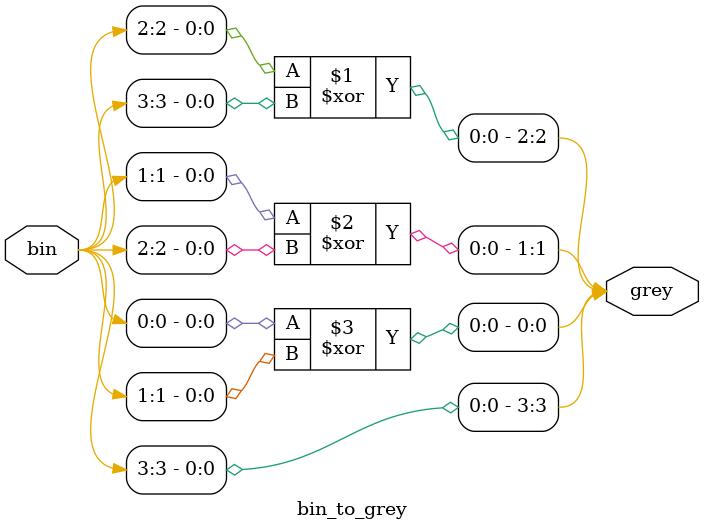
<source format=v>
module bin_to_grey(input [3:0] bin,output [3:0] grey);
  assign grey[3]=bin[3];
  genvar i;
  generate
    for(i=2;i>=0;i--) begin
      assign grey[i]=bin[i]^bin[i+1];
    end
  endgenerate
endmodule

</source>
